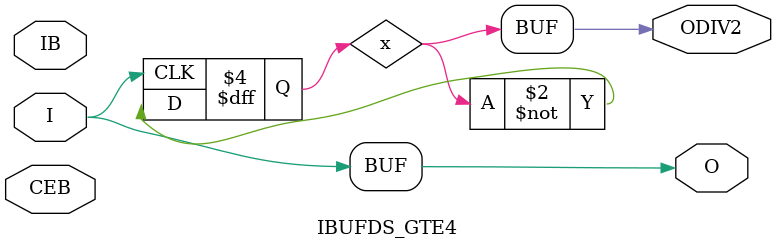
<source format=v>
`timescale 1ns / 1ns

(* ivl_synthesis_cell *)
module IBUFDS_GTE4(
    input I,
    input IB,
    input CEB,
    output O,
    output ODIV2
);
	parameter DIFF_TERM = "FALSE";
    buf B1(O, I);

    reg x=0;
    always @(posedge I) x<=~x;
    buf B2(ODIV2, x);

endmodule

</source>
